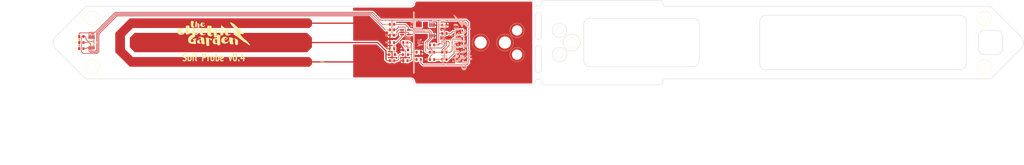
<source format=kicad_pcb>
(kicad_pcb (version 4) (host pcbnew 4.0.7-e2-6376~61~ubuntu18.04.1)
  (title_block (date 2018-08-08) (rev v0.4))
  (layers (0 F.Cu signal) (31 B.Cu signal) (34 B.Paste user) (35 F.Paste user) (36 B.SilkS user) (37 F.SilkS user) (38 B.Mask user) (39 F.Mask user) (44 Edge.Cuts user))
  (net 0 "")
  (net 1 VDD)
  (net 2 GND)
  (net 3 "Net-(CX1-Pad1)")
  (net 4 "Net-(J1-Pad3)")
  (net 5 "Net-(J1-Pad4)")
  (net 6 "Net-(J1-Pad2)")
  (net 7 "Net-(R2-Pad2)")
  (net 8 "Net-(R5-Pad2)")
  (net 9 "Net-(R5-Pad1)")
  (net 10 "Net-(C1-Pad1)")
  (net 11 "Net-(C3-Pad1)")
  (net 12 "Net-(R3-Pad2)")
  (net 13 "Net-(R6-Pad2)")
  (net 14 "Net-(D2-Pad4)")
  (net 15 "Net-(D2-Pad6)")
  (net 16 "Net-(R10-Pad2)")
  (module brush:S-PDSO-G8 (layer F.Cu) (at 61.25 100 90)
    (fp_text reference U4 (at 0 3.25 180) (layer F.SilkS) (effects (font (size 0.7 0.55) (thickness 0.12))))
    (fp_text value TMP75AIDGKR)
    (pad 1 smd rect (at -2.2 0 270) (size 1.45 0.45) (layers F.Cu F.Paste F.Mask) (net 8 "Net-(R5-Pad2)"))
    (pad 2 smd rect (at -2.2 0.65 270) (size 1.45 0.45) (layers F.Cu F.Paste F.Mask) (net 13 "Net-(R6-Pad2)"))
    (pad 3 smd rect (at -2.2 1.3 270) (size 1.45 0.45) (layers F.Cu F.Paste F.Mask))
    (pad 4 smd rect (at -2.2 1.95 270) (size 1.45 0.45) (layers F.Cu F.Paste F.Mask) (net 2 GND))
    (pad 5 smd rect (at 2.2 1.95 270) (size 1.45 0.45) (layers F.Cu F.Paste F.Mask) (net 2 GND))
    (pad 6 smd rect (at 2.2 1.3 270) (size 1.45 0.45) (layers F.Cu F.Paste F.Mask) (net 2 GND))
    (pad 7 smd rect (at 2.2 0.65 270) (size 1.45 0.45) (layers F.Cu F.Paste F.Mask) (net 2 GND))
    (pad 8 smd rect (at 2.2 0 270) (size 1.45 0.45) (layers F.Cu F.Paste F.Mask) (net 1 VDD))
  )
  (module brush:SM0603 (layer F.Cu) (at 202.5 101 180)
    (fp_text reference C7 (at 2.25 0 360) (layer F.SilkS) (effects (font (size 0.7 0.55) (thickness 0.12))))
    (fp_text value 10u hide)
    (pad 1 smd rect (at -0.85 0 180) (size 0.8 1.143) (layers F.Cu F.Paste F.Mask) (net 1 VDD))
    (pad 2 smd rect (at 0.9 0 180) (size 0.8 1.143) (layers F.Cu F.Paste F.Mask) (net 2 GND))
  )
  (module brush:S-PDSO-G8 (layer F.Cu) (at 201.5 95 90)
    (fp_text reference U3 (at 0 -1.25 180) (layer F.SilkS) (effects (font (size 0.7 0.55) (thickness 0.12))))
    (fp_text value TMP75AIDGKR)
    (pad 1 smd rect (at -2.2 0 270) (size 1.45 0.45) (layers F.Cu F.Paste F.Mask) (net 9 "Net-(R5-Pad1)"))
    (pad 2 smd rect (at -2.2 0.65 270) (size 1.45 0.45) (layers F.Cu F.Paste F.Mask) (net 16 "Net-(R10-Pad2)"))
    (pad 3 smd rect (at -2.2 1.3 270) (size 1.45 0.45) (layers F.Cu F.Paste F.Mask))
    (pad 4 smd rect (at -2.2 1.95 270) (size 1.45 0.45) (layers F.Cu F.Paste F.Mask) (net 2 GND))
    (pad 5 smd rect (at 2.2 1.95 270) (size 1.45 0.45) (layers F.Cu F.Paste F.Mask) (net 2 GND))
    (pad 6 smd rect (at 2.2 1.3 270) (size 1.45 0.45) (layers F.Cu F.Paste F.Mask) (net 2 GND))
    (pad 7 smd rect (at 2.2 0.65 270) (size 1.45 0.45) (layers F.Cu F.Paste F.Mask) (net 1 VDD))
    (pad 8 smd rect (at 2.2 0 270) (size 1.45 0.45) (layers F.Cu F.Paste F.Mask) (net 1 VDD))
  )
  (module brush:SM0603 (layer F.Cu) (at 191.5 107.5 180)
    (fp_text reference C2 (at 2.25 0 360) (layer F.SilkS) (effects (font (size 0.7 0.55) (thickness 0.12))))
    (fp_text value 100n hide)
    (pad 1 smd rect (at -0.85 0 180) (size 0.8 1.143) (layers F.Cu F.Paste F.Mask) (net 10 "Net-(C1-Pad1)"))
    (pad 2 smd rect (at 0.9 0 180) (size 0.8 1.143) (layers F.Cu F.Paste F.Mask) (net 2 GND))
  )
  (module brush:SM0603 (layer F.Cu) (at 186 102.5 180)
    (fp_text reference C3 (at 2.25 0 360) (layer F.SilkS) (effects (font (size 0.7 0.55) (thickness 0.12))))
    (fp_text value 100n hide)
    (pad 1 smd rect (at -0.85 0 180) (size 0.8 1.143) (layers F.Cu F.Paste F.Mask) (net 11 "Net-(C3-Pad1)"))
    (pad 2 smd rect (at 0.9 0 180) (size 0.8 1.143) (layers F.Cu F.Paste F.Mask) (net 2 GND))
  )
  (module brush:SM0603 (layer F.Cu) (at 186 97 180)
    (fp_text reference C4 (at 2.25 0 360) (layer F.SilkS) (effects (font (size 0.7 0.55) (thickness 0.12))))
    (fp_text value 100n hide)
    (pad 1 smd rect (at -0.85 0 180) (size 0.8 1.143) (layers F.Cu F.Paste F.Mask) (net 1 VDD))
    (pad 2 smd rect (at 0.9 0 180) (size 0.8 1.143) (layers F.Cu F.Paste F.Mask) (net 2 GND))
  )
  (module brush:SM0603 (layer F.Cu) (at 207.5 92.8)
    (fp_text reference C5 (at -2.25 0 180) (layer F.SilkS) (effects (font (size 0.7 0.55) (thickness 0.12))))
    (fp_text value 100n hide)
    (pad 1 smd rect (at -0.85 0) (size 0.8 1.143) (layers F.Cu F.Paste F.Mask) (net 1 VDD))
    (pad 2 smd rect (at 0.9 0) (size 0.8 1.143) (layers F.Cu F.Paste F.Mask) (net 2 GND))
  )
  (module TO_SOT_Packages_SMD:SOT-666 (layer F.Cu) (at 207.5 100)
    (fp_text reference D2 (at -2.25 0) (layer F.SilkS) (effects (font (size 0.7 0.55) (thickness 0.12))))
    (fp_text value PESD3V3L4UW,115)
    (pad 1 smd rect (at -0.85 -0.5375) (size 0.5 0.375) (layers F.Cu F.Paste F.Mask))
    (pad 3 smd rect (at -0.85 0.5375) (size 0.5 0.375) (layers F.Cu F.Paste F.Mask) (net 1 VDD))
    (pad 5 smd rect (at 0.925 0) (size 0.65 0.3) (layers F.Cu F.Paste F.Mask) (net 2 GND))
    (pad 2 smd rect (at -0.925 0) (size 0.65 0.3) (layers F.Cu F.Paste F.Mask) (net 2 GND))
    (pad 4 smd rect (at 0.85 0.5375) (size 0.5 0.375) (layers F.Cu F.Paste F.Mask) (net 14 "Net-(D2-Pad4)"))
    (pad 6 smd rect (at 0.85 -0.5375) (size 0.5 0.375) (layers F.Cu F.Paste F.Mask) (net 15 "Net-(D2-Pad6)"))
  )
  (module brush:SM0603 (layer F.Cu) (at 207.5 96.25)
    (fp_text reference L1 (at -2.25 0 180) (layer F.SilkS) (effects (font (size 0.7 0.55) (thickness 0.12))))
    (fp_text value 1k@100MHz hide)
    (pad 1 smd rect (at -0.85 0) (size 0.8 1.143) (layers F.Cu F.Paste F.Mask) (net 1 VDD))
    (pad 2 smd rect (at 0.9 0) (size 0.8 1.143) (layers F.Cu F.Paste F.Mask) (net 5 "Net-(J1-Pad4)"))
  )
  (module brush:SM0603 (layer F.Cu) (at 207.5 104)
    (fp_text reference L2 (at -2.25 0 180) (layer F.SilkS) (effects (font (size 0.7 0.55) (thickness 0.12))))
    (fp_text value 1k@100MHz hide)
    (pad 1 smd rect (at -0.85 0) (size 0.8 1.143) (layers F.Cu F.Paste F.Mask) (net 14 "Net-(D2-Pad4)"))
    (pad 2 smd rect (at 0.9 0) (size 0.8 1.143) (layers F.Cu F.Paste F.Mask) (net 4 "Net-(J1-Pad3)"))
  )
  (module brush:SM0603 (layer F.Cu) (at 207.5 107)
    (fp_text reference L3 (at -2.25 0 180) (layer F.SilkS) (effects (font (size 0.7 0.55) (thickness 0.12))))
    (fp_text value 1k@100MHz hide)
    (pad 1 smd rect (at -0.85 0) (size 0.8 1.143) (layers F.Cu F.Paste F.Mask) (net 15 "Net-(D2-Pad6)"))
    (pad 2 smd rect (at 0.9 0) (size 0.8 1.143) (layers F.Cu F.Paste F.Mask) (net 6 "Net-(J1-Pad2)"))
  )
  (module brush:SM0603 (layer F.Cu) (at 191.5 100 180)
    (fp_text reference R2 (at 2.25 0 360) (layer F.SilkS) (effects (font (size 0.7 0.55) (thickness 0.12))))
    (fp_text value 10k hide)
    (pad 1 smd rect (at -0.85 0 180) (size 0.8 1.143) (layers F.Cu F.Paste F.Mask) (net 10 "Net-(C1-Pad1)"))
    (pad 2 smd rect (at 0.9 0 180) (size 0.8 1.143) (layers F.Cu F.Paste F.Mask) (net 7 "Net-(R2-Pad2)"))
  )
  (module brush:SM0603 (layer F.Cu) (at 186 107.5)
    (fp_text reference R3 (at -2.25 0 180) (layer F.SilkS) (effects (font (size 0.7 0.55) (thickness 0.12))))
    (fp_text value 100R hide)
    (pad 1 smd rect (at -0.85 0) (size 0.8 1.143) (layers F.Cu F.Paste F.Mask) (net 3 "Net-(CX1-Pad1)"))
    (pad 2 smd rect (at 0.9 0) (size 0.8 1.143) (layers F.Cu F.Paste F.Mask) (net 12 "Net-(R3-Pad2)"))
  )
  (module brush:SM0603 (layer F.Cu) (at 186 100 180)
    (fp_text reference R4 (at 2.25 0 360) (layer F.SilkS) (effects (font (size 0.7 0.55) (thickness 0.12))))
    (fp_text value 100k hide)
    (pad 1 smd rect (at -0.85 0 180) (size 0.8 1.143) (layers F.Cu F.Paste F.Mask) (net 11 "Net-(C3-Pad1)"))
    (pad 2 smd rect (at 0.9 0 180) (size 0.8 1.143) (layers F.Cu F.Paste F.Mask) (net 2 GND))
  )
  (module brush:SM0603 (layer F.Cu) (at 202.5 104 180)
    (fp_text reference R9 (at 2.25 0 360) (layer F.SilkS) (effects (font (size 0.7 0.55) (thickness 0.12))))
    (fp_text value 22R hide)
    (pad 1 smd rect (at -0.85 0 180) (size 0.8 1.143) (layers F.Cu F.Paste F.Mask) (net 14 "Net-(D2-Pad4)"))
    (pad 2 smd rect (at 0.9 0 180) (size 0.8 1.143) (layers F.Cu F.Paste F.Mask) (net 9 "Net-(R5-Pad1)"))
  )
  (module brush:SM0603 (layer F.Cu) (at 202.5 107 180)
    (fp_text reference R10 (at 2.25 0 360) (layer F.SilkS) (effects (font (size 0.7 0.55) (thickness 0.12))))
    (fp_text value 22R hide)
    (pad 1 smd rect (at -0.85 0 180) (size 0.8 1.143) (layers F.Cu F.Paste F.Mask) (net 15 "Net-(D2-Pad6)"))
    (pad 2 smd rect (at 0.9 0 180) (size 0.8 1.143) (layers F.Cu F.Paste F.Mask) (net 16 "Net-(R10-Pad2)"))
  )
  (module brush:DFN_4_32x25 (layer F.Cu) (at 191.5 104.05 270)
    (fp_text reference U1 (at -1.8 -3.25 360) (layer F.SilkS) (effects (font (size 0.7 0.55) (thickness 0.12))))
    (fp_text value DSC6001CI2A-080.0000)
    (pad 1 smd rect (at -0.95 -1.05 270) (size 1 0.9) (layers F.Cu F.Paste F.Mask) (net 7 "Net-(R2-Pad2)"))
    (pad 2 smd rect (at -0.95 1.05 270) (size 1 0.9) (layers F.Cu F.Paste F.Mask) (net 2 GND))
    (pad 3 smd rect (at 0.95 1.05 270) (size 1 0.9) (layers F.Cu F.Paste F.Mask) (net 12 "Net-(R3-Pad2)"))
    (pad 4 smd rect (at 0.95 -1.05 270) (size 1 0.9) (layers F.Cu F.Paste F.Mask) (net 10 "Net-(C1-Pad1)"))
  )
  (module brush:Soil_sensor_capacitive (layer F.Cu) (at 153 100 180)
    (fp_text reference CX1 (at -4.25 -8.25 180) (layer F.SilkS) (effects (font (size 0.7 0.55) (thickness 0.12))))
    (fp_text value C_soil)
    (fp_poly (pts (xy 0 -2) (xy 2 -4) (xy 73 -4) (xy 75 -2) (xy 75 2) (xy 73 4) (xy 2 4) (xy 0 2)) (layer F.Cu) (width 0))
    (fp_poly (pts (xy 1 -6) (xy 73.75 -6) (xy 77 -2.75) (xy 77 2.75) (xy 73.75 6) (xy 1 6) (xy 0 7) (xy 0 9) (xy 1 10) (xy 75 10) (xy 81 4) (xy 81 -4) (xy 75 -10) (xy 1 -10) (xy 0 -9) (xy 0 -7)) (layer F.Cu) (width 0))
    (pad 1 connect rect (at 0.5 0 180) (size 1 1) (layers F.Cu) (net 3 "Net-(CX1-Pad1)"))
    (pad 2 connect rect (at 0.5 -8 180) (size 1 1) (layers F.Cu) (net 2 GND))
    (pad 2 connect rect (at 0.5 8 180) (size 1 1) (layers F.Cu) (net 2 GND))
  )
  (module brush:hole3.2 (layer F.Cu) (at 237.5 95)
    (fp_text reference M3 hide)
    (fp_text value "Cable-tie hole" hide)
    (pad "" np_thru_hole circle (at 0 0) (size 3.2004 3.2004) (drill 3.2004) (layers *.Cu *.Mask F.SilkS))
  )
  (module brush:hole3.2 (layer F.Cu) (at 237.5 105)
    (fp_text reference M4 hide)
    (fp_text value "Cable-tie hole" hide)
    (pad "" np_thru_hole circle (at 0 0) (size 3.2004 3.2004) (drill 3.2004) (layers *.Cu *.Mask F.SilkS))
  )
  (module brush:hole3.2 (layer B.Cu) (at 255 95)
    (fp_text reference M6 hide)
    (fp_text value "Cable-tie hole" hide)
    (pad "" np_thru_hole circle (at 0 0) (size 3.2004 3.2004) (drill 3.2004) (layers *.Cu *.Mask B.SilkS))
  )
  (module brush:hole3.2 (layer B.Cu) (at 255 105)
    (fp_text reference M7 hide)
    (fp_text value "Cable-tie hole" hide)
    (pad "" np_thru_hole circle (at 0 0) (size 3.2004 3.2004) (drill 3.2004) (layers *.Cu *.Mask B.SilkS))
  )
  (module brush:logo-electric-garden-32x14 (layer F.Cu) (at 112.5 96.25)
    (fp_text reference Logo1 hide)
    (fp_text value "Electric Garden" hide)
  )
  (module brush:logo-electric-garden-25x11 (layer B.Cu) (at 215 100 90)
    (fp_text reference Logo2 hide)
    (fp_text value "Electric Garden" hide)
  )
  (module brush:TestPadSquare2.5mm (layer F.Cu) (at 213.75 107)
    (fp_text reference TP2 (at -2.5 -0.5) (layer F.SilkS) (effects (font (size 0.7 0.55) (thickness 0.12))))
    (fp_text value 0V (at -2.5 0.75) (layer F.SilkS) (effects (font (size 0.7 0.55) (thickness 0.12))))
    (pad 1 smd rect (at 0 0) (size 2.5 2.5) (layers F.Cu F.Mask) (net 2 GND))
  )
  (module brush:breakoff-2mm (layer F.Cu) (at 244.75 113.75 90)
    (fp_text reference BO1 hide)
    (fp_text value Breakoff hide)
    (pad "" np_thru_hole circle (at 0 0 90) (size 0.5 0.5) (drill 0.5) (layers *.Cu))
    (pad "" np_thru_hole circle (at -0.7 0 90) (size 0.5 0.5) (drill 0.5) (layers *.Cu))
    (pad "" np_thru_hole circle (at 0.7 0 90) (size 0.5 0.5) (drill 0.5) (layers *.Cu))
  )
  (module brush:breakoff-2mm (layer F.Cu) (at 247.75 113.75 90)
    (fp_text reference BO2 hide)
    (fp_text value Breakoff hide)
    (pad "" np_thru_hole circle (at 0 0 90) (size 0.5 0.5) (drill 0.5) (layers *.Cu))
    (pad "" np_thru_hole circle (at -0.7 0 90) (size 0.5 0.5) (drill 0.5) (layers *.Cu))
    (pad "" np_thru_hole circle (at 0.7 0 90) (size 0.5 0.5) (drill 0.5) (layers *.Cu))
  )
  (module brush:breakoff-2mm (layer F.Cu) (at 244.75 100 90)
    (fp_text reference BO3 hide)
    (fp_text value Breakoff hide)
    (pad "" np_thru_hole circle (at 0 0 90) (size 0.5 0.5) (drill 0.5) (layers *.Cu))
    (pad "" np_thru_hole circle (at -0.7 0 90) (size 0.5 0.5) (drill 0.5) (layers *.Cu))
    (pad "" np_thru_hole circle (at 0.7 0 90) (size 0.5 0.5) (drill 0.5) (layers *.Cu))
  )
  (module brush:breakoff-2mm (layer F.Cu) (at 247.75 100 90)
    (fp_text reference BO4 hide)
    (fp_text value Breakoff hide)
    (pad "" np_thru_hole circle (at 0 0 90) (size 0.5 0.5) (drill 0.5) (layers *.Cu))
    (pad "" np_thru_hole circle (at -0.7 0 90) (size 0.5 0.5) (drill 0.5) (layers *.Cu))
    (pad "" np_thru_hole circle (at 0.7 0 90) (size 0.5 0.5) (drill 0.5) (layers *.Cu))
  )
  (module brush:breakoff-2mm (layer F.Cu) (at 245 86.25 90)
    (fp_text reference BO5 hide)
    (fp_text value Breakoff hide)
    (pad "" np_thru_hole circle (at 0 0 90) (size 0.5 0.5) (drill 0.5) (layers *.Cu))
    (pad "" np_thru_hole circle (at -0.7 0 90) (size 0.5 0.5) (drill 0.5) (layers *.Cu))
    (pad "" np_thru_hole circle (at 0.7 0 90) (size 0.5 0.5) (drill 0.5) (layers *.Cu))
  )
  (module brush:breakoff-2mm (layer F.Cu) (at 247.75 86.25 90)
    (fp_text reference BO6 hide)
    (fp_text value Breakoff hide)
    (pad "" np_thru_hole circle (at 0 0 90) (size 0.5 0.5) (drill 0.5) (layers *.Cu))
    (pad "" np_thru_hole circle (at -0.7 0 90) (size 0.5 0.5) (drill 0.5) (layers *.Cu))
    (pad "" np_thru_hole circle (at 0.7 0 90) (size 0.5 0.5) (drill 0.5) (layers *.Cu))
  )
  (module brush:hole4.0 (layer F.Cu) (at 222.5 100)
    (fp_text reference M1 hide)
    (fp_text value "Cable hole" hide)
    (pad "" np_thru_hole circle (at 0 0) (size 4 4) (drill 4) (layers *.Cu *.Mask F.SilkS))
  )
  (module brush:hole4.0 (layer F.Cu) (at 232.5 100)
    (fp_text reference M2 hide)
    (fp_text value "Cable hole" hide)
    (pad "" np_thru_hole circle (at 0 0) (size 4 4) (drill 4) (layers *.Cu *.Mask F.SilkS))
  )
  (module brush:hole4.0 (layer B.Cu) (at 260 100)
    (fp_text reference M5 hide)
    (fp_text value "Cable hole" hide)
    (pad "" np_thru_hole circle (at 0 0) (size 4 4) (drill 4) (layers *.Cu *.Mask B.SilkS))
  )
  (module brush:SM0603 (layer F.Cu) (at 58 97.5)
    (fp_text reference C6 (at -2.25 0 180) (layer F.SilkS) (effects (font (size 0.7 0.55) (thickness 0.12))))
    (fp_text value 100n hide)
    (pad 1 smd rect (at -0.85 0) (size 0.8 1.143) (layers F.Cu F.Paste F.Mask) (net 1 VDD))
    (pad 2 smd rect (at 0.9 0) (size 0.8 1.143) (layers F.Cu F.Paste F.Mask) (net 2 GND))
  )
  (module brush:SM0603 (layer F.Cu) (at 186 94.75 180)
    (fp_text reference R5 (at 2.25 0 360) (layer F.SilkS) (effects (font (size 0.7 0.55) (thickness 0.12))))
    (fp_text value 0R hide)
    (pad 1 smd rect (at -0.85 0 180) (size 0.8 1.143) (layers F.Cu F.Paste F.Mask) (net 9 "Net-(R5-Pad1)"))
    (pad 2 smd rect (at 0.9 0 180) (size 0.8 1.143) (layers F.Cu F.Paste F.Mask) (net 8 "Net-(R5-Pad2)"))
  )
  (module brush:SM0603 (layer F.Cu) (at 186 92.5 180)
    (fp_text reference R6 (at 2.25 0 360) (layer F.SilkS) (effects (font (size 0.7 0.55) (thickness 0.12))))
    (fp_text value 0R hide)
    (pad 1 smd rect (at -0.85 0 180) (size 0.8 1.143) (layers F.Cu F.Paste F.Mask) (net 16 "Net-(R10-Pad2)"))
    (pad 2 smd rect (at 0.9 0 180) (size 0.8 1.143) (layers F.Cu F.Paste F.Mask) (net 13 "Net-(R6-Pad2)"))
  )
  (module brush:TestPadSquare2.5mm (layer F.Cu) (at 197 92.5)
    (fp_text reference TP1 (at -2.75 -0.5) (layer F.SilkS) (effects (font (size 0.7 0.55) (thickness 0.12))))
    (fp_text value 3V3 (at -2.75 0.75) (layer F.SilkS) (effects (font (size 0.7 0.55) (thickness 0.12))))
    (pad 1 smd rect (at 0 0) (size 2.5 2.5) (layers F.Cu F.Mask) (net 1 VDD))
  )
  (module brush:SM0603 (layer F.Cu) (at 197 104)
    (fp_text reference C1 (at -2.25 0 180) (layer F.SilkS) (effects (font (size 0.7 0.55) (thickness 0.12))))
    (fp_text value 10u hide)
    (pad 1 smd rect (at -0.85 0) (size 0.8 1.143) (layers F.Cu F.Paste F.Mask) (net 10 "Net-(C1-Pad1)"))
    (pad 2 smd rect (at 0.9 0) (size 0.8 1.143) (layers F.Cu F.Paste F.Mask) (net 2 GND))
  )
  (module brush:SM0603 (layer F.Cu) (at 197 107 180)
    (fp_text reference R1 (at 2.25 0 360) (layer F.SilkS) (effects (font (size 0.7 0.55) (thickness 0.12))))
    (fp_text value 22R hide)
    (pad 1 smd rect (at -0.85 0 180) (size 0.8 1.143) (layers F.Cu F.Paste F.Mask) (net 1 VDD))
    (pad 2 smd rect (at 0.9 0 180) (size 0.8 1.143) (layers F.Cu F.Paste F.Mask) (net 10 "Net-(C1-Pad1)"))
  )
  (module TO_SOT_Packages_SMD:SOT-23-5_HandSoldering (layer F.Cu) (at 191.5 95.75)
    (fp_text reference U2 (at 3.25 0) (layer F.SilkS) (effects (font (size 0.7 0.55) (thickness 0.12))))
    (fp_text value MCP3021A5T-E/OT)
    (pad 1 smd rect (at -1.35 -0.95) (size 1.56 0.65) (layers F.Cu F.Paste F.Mask) (net 1 VDD))
    (pad 2 smd rect (at -1.35 0) (size 1.56 0.65) (layers F.Cu F.Paste F.Mask) (net 2 GND))
    (pad 3 smd rect (at -1.35 0.95) (size 1.56 0.65) (layers F.Cu F.Paste F.Mask) (net 11 "Net-(C3-Pad1)"))
    (pad 4 smd rect (at 1.35 0.95) (size 1.56 0.65) (layers F.Cu F.Paste F.Mask) (net 9 "Net-(R5-Pad1)"))
    (pad 5 smd rect (at 1.35 -0.95) (size 1.56 0.65) (layers F.Cu F.Paste F.Mask) (net 16 "Net-(R10-Pad2)"))
  )
  (module brush:hole3.2 (layer F.Cu) (at 62.5 90)
    (fp_text reference M8 hide)
    (fp_text value "Cable-tie hole" hide)
    (pad "" np_thru_hole circle (at 0 0) (size 3.2004 3.2004) (drill 3.2004) (layers *.Cu *.Mask F.SilkS))
  )
  (module brush:hole3.2 (layer F.Cu) (at 62.5 110)
    (fp_text reference M9 hide)
    (fp_text value "Cable-tie hole" hide)
    (pad "" np_thru_hole circle (at 0 0) (size 3.2004 3.2004) (drill 3.2004) (layers *.Cu *.Mask F.SilkS))
  )
  (module brush:hole3.2 (layer F.Cu) (at 430 90)
    (fp_text reference M10 hide)
    (fp_text value "Cable-tie hole" hide)
    (pad "" np_thru_hole circle (at 0 0) (size 3.2004 3.2004) (drill 3.2004) (layers *.Cu *.Mask F.SilkS))
  )
  (module brush:hole3.2 (layer F.Cu) (at 430 110)
    (fp_text reference M11 hide)
    (fp_text value "Cable-tie hole" hide)
    (pad "" np_thru_hole circle (at 0 0) (size 3.2004 3.2004) (drill 3.2004) (layers *.Cu *.Mask F.SilkS))
  )
  (module brush:SM0603 (layer F.Cu) (at 58 102.5)
    (fp_text reference R7 (at -2.25 0 180) (layer F.SilkS) (effects (font (size 0.7 0.55) (thickness 0.12))))
    (fp_text value 10k hide)
    (pad 1 smd rect (at -0.85 0) (size 0.8 1.143) (layers F.Cu F.Paste F.Mask) (net 1 VDD))
    (pad 2 smd rect (at 0.9 0) (size 0.8 1.143) (layers F.Cu F.Paste F.Mask) (net 8 "Net-(R5-Pad2)"))
  )
  (module brush:SM0603 (layer F.Cu) (at 58 100)
    (fp_text reference R8 (at -2.25 0 180) (layer F.SilkS) (effects (font (size 0.7 0.55) (thickness 0.12))))
    (fp_text value 10k hide)
    (pad 1 smd rect (at -0.85 0) (size 0.8 1.143) (layers F.Cu F.Paste F.Mask) (net 1 VDD))
    (pad 2 smd rect (at 0.9 0) (size 0.8 1.143) (layers F.Cu F.Paste F.Mask) (net 13 "Net-(R6-Pad2)"))
  )
  (module brush:CONN_SMD_1x4_big_pad (layer F.Cu) (at 213.75 103 180)
    (fp_text reference J1 (at 0 -1.778 180) (layer F.SilkS) (effects (font (size 0.7 0.55) (thickness 0.12))))
    (fp_text value ConnX_M)
    (pad 1 smd rect (at 0 0 90) (size 1.75 3) (layers F.Cu F.Paste F.Mask) (net 2 GND))
    (pad 3 smd rect (at 0 5 90) (size 1.75 3) (layers F.Cu F.Paste F.Mask) (net 4 "Net-(J1-Pad3)"))
    (pad 4 smd rect (at 0 7.5 270) (size 1.75 3) (layers F.Cu F.Paste F.Mask) (net 5 "Net-(J1-Pad4)"))
    (pad 2 smd rect (at 0 2.5 90) (size 1.75 3) (layers F.Cu F.Paste F.Mask) (net 6 "Net-(J1-Pad2)"))
  )
  (module Diodes_SMD:D_SOD-323_HandSoldering (layer F.Cu) (at 186 105)
    (fp_text reference D1 (at 0 -1.85) (layer F.SilkS))
    (fp_text value NSR0530HT1G)
    (pad 1 smd rect (at -1.25 0) (size 1 1) (layers F.Cu F.Paste F.Mask) (net 3 "Net-(CX1-Pad1)"))
    (pad 2 smd rect (at 1.25 0) (size 1 1) (layers F.Cu F.Paste F.Mask) (net 11 "Net-(C3-Pad1)"))
  )
  (gr_line (start 337.5 108.75) (end 337.5 91.25) (layer Edge.Cuts) (width 0.15))
  (gr_arc (start 340 91.25) (end 337.5 91.25) (angle 90) (layer Edge.Cuts) (width 0.15))
  (gr_arc (start 420 108.75) (end 422.5 108.75) (angle 90) (layer Edge.Cuts) (width 0.15))
  (gr_arc (start 420 91.25) (end 420 88.75) (angle 90) (layer Edge.Cuts) (width 0.15))
  (gr_line (start 422.5 91.25) (end 422.5 108.75) (layer Edge.Cuts) (width 0.15))
  (gr_line (start 340 88.75) (end 420 88.75) (layer Edge.Cuts) (width 0.15))
  (gr_arc (start 340 108.75) (end 340 111.25) (angle 90) (layer Edge.Cuts) (width 0.15))
  (gr_line (start 420 111.25) (end 340 111.25) (layer Edge.Cuts) (width 0.15))
  (gr_arc (start 50 100) (end 47.5 102.5) (angle 90) (layer Edge.Cuts) (width 0.15))
  (gr_arc (start 442.5 100) (end 445 97.5) (angle 90) (layer Edge.Cuts) (width 0.15))
  (gr_line (start 445 102.5) (end 432.5 115) (layer Edge.Cuts) (width 0.15))
  (gr_line (start 432.5 85) (end 445 97.5) (layer Edge.Cuts) (width 0.15))
  (gr_arc (start 430 102.5) (end 430 105) (angle 90) (layer Edge.Cuts) (width 0.15))
  (gr_arc (start 430 97.5) (end 427.5 97.5) (angle 90) (layer Edge.Cuts) (width 0.15))
  (gr_line (start 430 95) (end 435 95) (layer Edge.Cuts) (width 0.15))
  (gr_line (start 427.5 102.5) (end 427.5 97.5) (layer Edge.Cuts) (width 0.15))
  (gr_line (start 435 105) (end 430 105) (layer Edge.Cuts) (width 0.15))
  (gr_line (start 437.5 97.5) (end 437.5 102.5) (layer Edge.Cuts) (width 0.15))
  (gr_arc (start 248.75 83.75) (end 247.5 83.75) (angle 90) (layer Edge.Cuts) (width 0.15))
  (gr_arc (start 243.75 83.75) (end 243.75 82.5) (angle 90) (layer Edge.Cuts) (width 0.15))
  (gr_arc (start 248.75 116.25) (end 248.75 117.5) (angle 90) (layer Edge.Cuts) (width 0.15))
  (gr_arc (start 243.75 116.25) (end 245 116.25) (angle 90) (layer Edge.Cuts) (width 0.15))
  (gr_arc (start 435 102.5) (end 437.5 102.5) (angle 90) (layer Edge.Cuts) (width 0.15))
  (gr_arc (start 435 97.5) (end 435 95) (angle 90) (layer Edge.Cuts) (width 0.15))
  (gr_arc (start 246.25 83.75) (end 247.5 83.75) (angle 180) (layer Edge.Cuts) (width 0.15))
  (gr_arc (start 246.25 116.25) (end 245 116.25) (angle 180) (layer Edge.Cuts) (width 0.15))
  (gr_line (start 245 97.5) (end 245 88.75) (layer Edge.Cuts) (width 0.15))
  (gr_line (start 247.5 88.75) (end 247.5 97.5) (layer Edge.Cuts) (width 0.15))
  (gr_arc (start 246.25 97.5) (end 247.5 97.5) (angle 180) (layer Edge.Cuts) (width 0.15))
  (gr_arc (start 246.25 102.5) (end 245 102.5) (angle 180) (layer Edge.Cuts) (width 0.15))
  (gr_arc (start 246.25 111.25) (end 247.5 111.25) (angle 180) (layer Edge.Cuts) (width 0.15))
  (gr_arc (start 246.25 88.75) (end 245 88.75) (angle 180) (layer Edge.Cuts) (width 0.15))
  (gr_line (start 245 102.5) (end 245 111.25) (layer Edge.Cuts) (width 0.15))
  (gr_text "3V3 R" (at 210.75 97) (layer F.SilkS) (effects (font (size 0.7 0.55) (thickness 0.12))))
  (gr_text "SDA W" (at 210.75 99) (layer F.SilkS) (effects (font (size 0.7 0.55) (thickness 0.12))))
  (gr_text "SCL G" (at 210.75 101) (layer F.SilkS) (effects (font (size 0.7 0.55) (thickness 0.12))))
  (gr_text "0V Bk" (at 210.75 103) (layer F.SilkS) (effects (font (size 0.7 0.55) (thickness 0.12))))
  (gr_text Soil (at 192.5 100 270) (layer B.SilkS) (effects (font (size 2.1 1.65) (thickness 0.36)) (justify mirror)))
  (gr_text Air (at 197.5 100 270) (layer B.SilkS) (effects (font (size 2.1 1.65) (thickness 0.36)) (justify mirror)))
  (gr_line (start 195 87.5) (end 195 112.5) (layer B.SilkS) (width 0.75))
  (gr_text "Soil Probe v0.4" (at 207.5 100 270) (layer B.SilkS) (effects (font (size 2.1 1.65) (thickness 0.36)) (justify mirror)))
  (gr_arc (start 193.75 83.75) (end 195 83.75) (angle 90) (layer Edge.Cuts) (width 0.15))
  (gr_arc (start 196.25 83.75) (end 195 83.75) (angle 90) (layer Edge.Cuts) (width 0.15))
  (gr_arc (start 298.75 83.75) (end 298.75 85) (angle 90) (layer Edge.Cuts) (width 0.15))
  (gr_arc (start 296.25 83.75) (end 296.25 82.5) (angle 90) (layer Edge.Cuts) (width 0.15))
  (gr_arc (start 296.25 116.25) (end 297.5 116.25) (angle 90) (layer Edge.Cuts) (width 0.15))
  (gr_arc (start 298.75 116.25) (end 297.5 116.25) (angle 90) (layer Edge.Cuts) (width 0.15))
  (gr_arc (start 196.25 116.25) (end 196.25 117.5) (angle 90) (layer Edge.Cuts) (width 0.15))
  (gr_arc (start 193.75 116.25) (end 193.75 115) (angle 90) (layer Edge.Cuts) (width 0.15))
  (gr_text "Soil Probe v0.4" (at 112.5 106.25) (layer F.SilkS) (effects (font (size 2.8 2.2) (thickness 0.5))))
  (gr_arc (start 267.5 92.5) (end 265 92.5) (angle 90) (layer Edge.Cuts) (width 0.15))
  (gr_arc (start 267.5 107.5) (end 267.5 110) (angle 90) (layer Edge.Cuts) (width 0.15))
  (gr_arc (start 310 107.5) (end 312.5 107.5) (angle 90) (layer Edge.Cuts) (width 0.15))
  (gr_arc (start 310 92.5) (end 310 90) (angle 90) (layer Edge.Cuts) (width 0.15))
  (gr_line (start 267.5 90) (end 310 90) (layer Edge.Cuts) (width 0.15))
  (gr_line (start 265 107.5) (end 265 92.5) (layer Edge.Cuts) (width 0.15))
  (gr_line (start 310 110) (end 267.5 110) (layer Edge.Cuts) (width 0.15))
  (gr_line (start 312.5 92.5) (end 312.5 107.5) (layer Edge.Cuts) (width 0.15))
  (gr_line (start 296.25 117.5) (end 248.75 117.5) (layer Edge.Cuts) (width 0.15))
  (gr_line (start 432.5 115) (end 298.75 115) (layer Edge.Cuts) (width 0.15))
  (gr_line (start 298.75 85) (end 432.5 85) (layer Edge.Cuts) (width 0.15))
  (gr_line (start 248.75 82.5) (end 296.25 82.5) (layer Edge.Cuts) (width 0.15))
  (gr_line (start 193.75 85) (end 60 85) (layer Edge.Cuts) (width 0.15))
  (gr_line (start 243.75 82.5) (end 196.25 82.5) (layer Edge.Cuts) (width 0.15))
  (gr_line (start 247.5 102.5) (end 247.5 111.25) (layer Edge.Cuts) (width 0.15))
  (gr_line (start 196.25 117.5) (end 243.75 117.5) (layer Edge.Cuts) (width 0.15))
  (gr_line (start 60 115) (end 193.75 115) (layer Edge.Cuts) (width 0.15))
  (gr_line (start 47.5 102.5) (end 60 115) (layer Edge.Cuts) (width 0.15))
  (gr_line (start 60 85) (end 47.5 97.5) (layer Edge.Cuts) (width 0.15))
  (segment (start 57.15 100) (end 57.15 102.5) (width 0.25) (layer F.Cu) (net 1))
  (segment (start 57.15 97.5) (end 57.15 100) (width 0.25) (layer F.Cu) (net 1))
  (segment (start 57.5 96) (end 57.15 96.35) (width 0.25) (layer F.Cu) (net 1))
  (segment (start 57.15 96.35) (end 57.15 97.5) (width 0.25) (layer F.Cu) (net 1))
  (segment (start 61.25 96) (end 57.5 96) (width 0.25) (layer F.Cu) (net 1))
  (segment (start 72 87.5) (end 178 87.5) (width 0.25) (layer F.Cu) (net 1))
  (segment (start 63.75 95.75) (end 72 87.5) (width 0.25) (layer F.Cu) (net 1))
  (segment (start 205.25 94.5) (end 205.25 93) (width 0.25) (layer F.Cu) (net 1))
  (segment (start 205.25 90.75) (end 216.5 90.75) (width 0.25) (layer F.Cu) (net 1))
  (segment (start 205.25 96.25) (end 205.25 94.5) (width 0.25) (layer F.Cu) (net 1))
  (segment (start 202.25 90.75) (end 205.25 90.75) (width 0.25) (layer F.Cu) (net 1))
  (segment (start 205.25 94.5) (end 205.25 90.75) (width 0.25) (layer F.Cu) (net 1))
  (segment (start 198.75 109.25) (end 197.85 108.35) (width 0.25) (layer F.Cu) (net 1))
  (segment (start 197.85 108.35) (end 197.85 107) (width 0.25) (layer F.Cu) (net 1))
  (segment (start 216.75 109.25) (end 198.75 109.25) (width 0.25) (layer F.Cu) (net 1))
  (segment (start 217.5 108.5) (end 216.75 109.25) (width 0.25) (layer F.Cu) (net 1))
  (segment (start 217.5 91.75) (end 217.5 108.5) (width 0.25) (layer F.Cu) (net 1))
  (segment (start 216.5 90.75) (end 217.5 91.75) (width 0.25) (layer F.Cu) (net 1))
  (segment (start 201.5 90.75) (end 202.25 90.75) (width 0.25) (layer F.Cu) (net 1))
  (segment (start 197 90.75) (end 201.5 90.75) (width 0.25) (layer F.Cu) (net 1))
  (segment (start 61.25 97.8) (end 61.25 96) (width 0.25) (layer F.Cu) (net 1))
  (segment (start 61.25 96) (end 61.5 95.75) (width 0.25) (layer F.Cu) (net 1))
  (segment (start 61.5 95.75) (end 63.75 95.75) (width 0.25) (layer F.Cu) (net 1))
  (segment (start 178 87.5) (end 181.25 90.75) (width 0.25) (layer F.Cu) (net 1))
  (segment (start 181.25 90.75) (end 186 90.75) (width 0.25) (layer F.Cu) (net 1))
  (segment (start 202.15 90.85) (end 202.15 92.8) (width 0.25) (layer F.Cu) (net 1))
  (segment (start 201.5 90.75) (end 201.5 92.8) (width 0.25) (layer F.Cu) (net 1))
  (segment (start 186 90.75) (end 197 90.75) (width 0.25) (layer F.Cu) (net 1))
  (segment (start 197 90.75) (end 197 92.5) (width 0.25) (layer F.Cu) (net 1))
  (segment (start 186 96.8) (end 186 90.75) (width 0.25) (layer F.Cu) (net 1))
  (segment (start 206.65 92.8) (end 205.45 92.8) (width 0.25) (layer F.Cu) (net 1))
  (segment (start 205.45 92.8) (end 205.25 93) (width 0.25) (layer F.Cu) (net 1))
  (segment (start 186 96.8) (end 186.2 97) (width 0.25) (layer F.Cu) (net 1))
  (segment (start 186.2 97) (end 186.85 97) (width 0.25) (layer F.Cu) (net 1))
  (segment (start 190.15 94.8) (end 188.7 94.8) (width 0.25) (layer F.Cu) (net 1))
  (segment (start 188.7 94.8) (end 188 95.5) (width 0.25) (layer F.Cu) (net 1))
  (segment (start 188 95.5) (end 188 96.6) (width 0.25) (layer F.Cu) (net 1))
  (segment (start 188 96.6) (end 187.6 97) (width 0.25) (layer F.Cu) (net 1))
  (segment (start 187.6 97) (end 186.85 97) (width 0.25) (layer F.Cu) (net 1))
  (segment (start 203.35 101) (end 205 101) (width 0.25) (layer F.Cu) (net 1))
  (segment (start 205 101) (end 205.075 101) (width 0.25) (layer F.Cu) (net 1))
  (segment (start 205.25 100.25) (end 205.25 100.75) (width 0.25) (layer F.Cu) (net 1))
  (segment (start 205.25 100.75) (end 205 101) (width 0.25) (layer F.Cu) (net 1))
  (segment (start 205.075 101) (end 205.5375 100.5375) (width 0.25) (layer F.Cu) (net 1))
  (segment (start 205.25 96.25) (end 205.25 100.25) (width 0.25) (layer F.Cu) (net 1))
  (segment (start 206.65 100.5375) (end 205.5375 100.5375) (width 0.25) (layer F.Cu) (net 1))
  (segment (start 205.5375 100.5375) (end 205.25 100.25) (width 0.25) (layer F.Cu) (net 1))
  (segment (start 206.65 96.25) (end 205.25 96.25) (width 0.25) (layer F.Cu) (net 1))
  (segment (start 202.25 90.75) (end 202.15 90.85) (width 0.25) (layer F.Cu) (net 1))
  (segment (start 180.5 108) (end 152.5 108) (width 0.5) (layer F.Cu) (net 2))
  (segment (start 178.5 92) (end 152.5 92) (width 0.5) (layer F.Cu) (net 2))
  (segment (start 63.2 99.5) (end 63.2 101.5) (width 0.25) (layer F.Cu) (net 2))
  (segment (start 63.2 101.5) (end 63.2 102.2) (width 0.25) (layer F.Cu) (net 2))
  (segment (start 63.2 97.8) (end 63.2 99.5) (width 0.25) (layer F.Cu) (net 2))
  (segment (start 60 98.75) (end 60.75 99.5) (width 0.25) (layer F.Cu) (net 2))
  (segment (start 60.75 99.5) (end 63.2 99.5) (width 0.25) (layer F.Cu) (net 2))
  (segment (start 60 97.95) (end 60 98.75) (width 0.25) (layer F.Cu) (net 2))
  (segment (start 58.9 97.5) (end 59.55 97.5) (width 0.25) (layer F.Cu) (net 2))
  (segment (start 59.55 97.5) (end 60 97.95) (width 0.25) (layer F.Cu) (net 2))
  (segment (start 58 97.75) (end 58.25 97.5) (width 0.25) (layer F.Cu) (net 2))
  (segment (start 58.25 97.5) (end 58.9 97.5) (width 0.25) (layer F.Cu) (net 2))
  (segment (start 58 103.75) (end 58 97.75) (width 0.25) (layer F.Cu) (net 2))
  (segment (start 58.75 104.5) (end 58 103.75) (width 0.25) (layer F.Cu) (net 2))
  (segment (start 64.5 104.5) (end 58.75 104.5) (width 0.25) (layer F.Cu) (net 2))
  (segment (start 176.5 89) (end 72.75 89) (width 0.25) (layer F.Cu) (net 2))
  (segment (start 65.25 96.5) (end 72.75 89) (width 0.25) (layer F.Cu) (net 2))
  (segment (start 201.75 102.25) (end 206.5 102.25) (width 0.25) (layer F.Cu) (net 2))
  (segment (start 207.5 98) (end 210.25 98) (width 0.25) (layer F.Cu) (net 2))
  (segment (start 207.5 98) (end 207.5 100) (width 0.25) (layer F.Cu) (net 2))
  (segment (start 207.5 95) (end 207.5 98) (width 0.25) (layer F.Cu) (net 2))
  (segment (start 188.75 100) (end 188.75 103) (width 0.25) (layer F.Cu) (net 2))
  (segment (start 188.75 103) (end 188.85 103.1) (width 0.25) (layer F.Cu) (net 2))
  (segment (start 183.6 98.2) (end 185 98.2) (width 0.25) (layer F.Cu) (net 2))
  (segment (start 185 98.2) (end 187.6 98.2) (width 0.25) (layer F.Cu) (net 2))
  (segment (start 185.1 100) (end 185.1 98.3) (width 0.25) (layer F.Cu) (net 2))
  (segment (start 185.1 98.3) (end 185 98.2) (width 0.25) (layer F.Cu) (net 2))
  (segment (start 185.1 102.5) (end 185.1 100) (width 0.25) (layer F.Cu) (net 2))
  (segment (start 186 109.25) (end 186 103.75) (width 0.25) (layer F.Cu) (net 2))
  (segment (start 186 103.75) (end 185.25 103.75) (width 0.25) (layer F.Cu) (net 2))
  (segment (start 185.25 103.75) (end 185.1 103.6) (width 0.25) (layer F.Cu) (net 2))
  (segment (start 185.1 103.6) (end 185.1 102.5) (width 0.25) (layer F.Cu) (net 2))
  (segment (start 182.75 109.25) (end 181.5 108) (width 0.25) (layer F.Cu) (net 2))
  (segment (start 181.5 108) (end 180.5 108) (width 0.25) (layer F.Cu) (net 2))
  (segment (start 186 109.25) (end 182.75 109.25) (width 0.25) (layer F.Cu) (net 2))
  (segment (start 181 98.2) (end 183.6 98.2) (width 0.25) (layer F.Cu) (net 2))
  (segment (start 190.25 109.25) (end 186 109.25) (width 0.25) (layer F.Cu) (net 2))
  (segment (start 190.6 108.9) (end 190.25 109.25) (width 0.25) (layer F.Cu) (net 2))
  (segment (start 190.6 107.5) (end 190.6 108.9) (width 0.25) (layer F.Cu) (net 2))
  (segment (start 179.5 92) (end 176.5 89) (width 0.25) (layer F.Cu) (net 2))
  (segment (start 65.25 96.5) (end 65.25 103.75) (width 0.25) (layer F.Cu) (net 2))
  (segment (start 65.25 103.75) (end 64.5 104.5) (width 0.25) (layer F.Cu) (net 2))
  (segment (start 179.5 92) (end 178.5 92) (width 0.25) (layer F.Cu) (net 2))
  (segment (start 181 93.5) (end 179.5 92) (width 0.25) (layer F.Cu) (net 2))
  (segment (start 191.5 97.040002) (end 192.209998 97.75) (width 0.25) (layer F.Cu) (net 2))
  (segment (start 192.209998 97.75) (end 196.25 97.75) (width 0.25) (layer F.Cu) (net 2))
  (segment (start 196.25 97.75) (end 197.9 99.4) (width 0.25) (layer F.Cu) (net 2))
  (segment (start 197.9 99.4) (end 197.9 104) (width 0.25) (layer F.Cu) (net 2))
  (segment (start 197.9 105.25) (end 197.9 104) (width 0.25) (layer F.Cu) (net 2))
  (segment (start 199.25 105.5) (end 198.15 105.5) (width 0.25) (layer F.Cu) (net 2))
  (segment (start 198.15 105.5) (end 197.9 105.25) (width 0.25) (layer F.Cu) (net 2))
  (segment (start 200 108.4) (end 200 106.25) (width 0.25) (layer F.Cu) (net 2))
  (segment (start 200 106.25) (end 199.25 105.5) (width 0.25) (layer F.Cu) (net 2))
  (segment (start 211.35 108.4) (end 200 108.4) (width 0.25) (layer F.Cu) (net 2))
  (segment (start 210.75 92.5) (end 210.45 92.8) (width 0.25) (layer F.Cu) (net 2))
  (segment (start 210.45 92.8) (end 208.4 92.8) (width 0.25) (layer F.Cu) (net 2))
  (segment (start 213.75 92.5) (end 210.75 92.5) (width 0.25) (layer F.Cu) (net 2))
  (segment (start 213.75 92.5) (end 216 92.5) (width 0.25) (layer F.Cu) (net 2))
  (segment (start 216 92.5) (end 216.25 92.75) (width 0.25) (layer F.Cu) (net 2))
  (segment (start 204.2 91.4) (end 203.4 91.4) (width 0.25) (layer F.Cu) (net 2))
  (segment (start 204.4 94.9) (end 204.4 91.6) (width 0.25) (layer F.Cu) (net 2))
  (segment (start 204.2 91.4) (end 204.4 91.6) (width 0.25) (layer F.Cu) (net 2))
  (segment (start 203.45 97.2) (end 203.45 95.2) (width 0.25) (layer F.Cu) (net 2))
  (segment (start 203.45 95.2) (end 203.65 95) (width 0.25) (layer F.Cu) (net 2))
  (segment (start 203.65 95) (end 204.3 95) (width 0.25) (layer F.Cu) (net 2))
  (segment (start 204.3 95) (end 204.4 94.9) (width 0.25) (layer F.Cu) (net 2))
  (segment (start 202.8 91.4) (end 203.4 91.4) (width 0.25) (layer F.Cu) (net 2))
  (segment (start 203.4 91.4) (end 203.45 91.45) (width 0.25) (layer F.Cu) (net 2))
  (segment (start 203.45 91.45) (end 203.45 92.8) (width 0.25) (layer F.Cu) (net 2))
  (segment (start 202.8 92.8) (end 202.8 91.4) (width 0.25) (layer F.Cu) (net 2))
  (segment (start 213.75 103) (end 213.75 106) (width 0.25) (layer F.Cu) (net 2))
  (segment (start 185.1 97) (end 184 97) (width 0.25) (layer F.Cu) (net 2))
  (segment (start 184 97) (end 183.6 97.4) (width 0.25) (layer F.Cu) (net 2))
  (segment (start 183.6 97.4) (end 183.6 98.2) (width 0.25) (layer F.Cu) (net 2))
  (segment (start 181 93.5) (end 181 98.2) (width 0.25) (layer F.Cu) (net 2))
  (segment (start 187.6 98.2) (end 188.6 97.2) (width 0.25) (layer F.Cu) (net 2))
  (segment (start 188.6 97.2) (end 188.6 96.2) (width 0.25) (layer F.Cu) (net 2))
  (segment (start 188.6 96.2) (end 189.05 95.75) (width 0.25) (layer F.Cu) (net 2))
  (segment (start 189.05 95.75) (end 190.15 95.75) (width 0.25) (layer F.Cu) (net 2))
  (segment (start 188.85 103.1) (end 190.45 103.1) (width 0.25) (layer F.Cu) (net 2))
  (segment (start 190.6 107.5) (end 190.6 106.5) (width 0.25) (layer F.Cu) (net 2))
  (segment (start 190.6 106.5) (end 190.85 106.25) (width 0.25) (layer F.Cu) (net 2))
  (segment (start 190.85 106.25) (end 191.25 106.25) (width 0.25) (layer F.Cu) (net 2))
  (segment (start 191.5 103.45) (end 191.15 103.1) (width 0.25) (layer F.Cu) (net 2))
  (segment (start 191.25 106.25) (end 191.5 106) (width 0.25) (layer F.Cu) (net 2))
  (segment (start 191.5 106) (end 191.5 103.45) (width 0.25) (layer F.Cu) (net 2))
  (segment (start 191.15 103.1) (end 190.45 103.1) (width 0.25) (layer F.Cu) (net 2))
  (segment (start 216.25 92.75) (end 216.25 102.5) (width 0.25) (layer F.Cu) (net 2))
  (segment (start 216.25 102.5) (end 215.75 103) (width 0.25) (layer F.Cu) (net 2))
  (segment (start 215.75 103) (end 213.75 103) (width 0.25) (layer F.Cu) (net 2))
  (segment (start 201.6 101) (end 201.6 102.1) (width 0.25) (layer F.Cu) (net 2))
  (segment (start 201.6 102.1) (end 201.75 102.25) (width 0.25) (layer F.Cu) (net 2))
  (segment (start 206.5 102.25) (end 207.5 101.25) (width 0.25) (layer F.Cu) (net 2))
  (segment (start 207.5 101.25) (end 207.5 100) (width 0.25) (layer F.Cu) (net 2))
  (segment (start 191.5 97.25) (end 188.75 100) (width 0.25) (layer F.Cu) (net 2))
  (segment (start 191.5 97.040002) (end 191.5 97.25) (width 0.25) (layer F.Cu) (net 2))
  (segment (start 191.5 96.13641) (end 191.5 97.040002) (width 0.25) (layer F.Cu) (net 2))
  (segment (start 191.11359 95.75) (end 191.5 96.13641) (width 0.25) (layer F.Cu) (net 2))
  (segment (start 190.15 95.75) (end 191.11359 95.75) (width 0.25) (layer F.Cu) (net 2))
  (segment (start 61.9 97.8) (end 61.9 96.25) (width 0.25) (layer F.Cu) (net 2))
  (segment (start 62.55 96.25) (end 61.9 96.25) (width 0.25) (layer F.Cu) (net 2))
  (segment (start 63.2 97.8) (end 63.2 96.25) (width 0.25) (layer F.Cu) (net 2))
  (segment (start 62.55 97.8) (end 62.55 96.25) (width 0.25) (layer F.Cu) (net 2))
  (segment (start 63.2 96.25) (end 62.55 96.25) (width 0.25) (layer F.Cu) (net 2))
  (segment (start 202.95 98.55) (end 201.6 99.9) (width 0.25) (layer F.Cu) (net 2))
  (segment (start 201.6 99.9) (end 201.6 101) (width 0.25) (layer F.Cu) (net 2))
  (segment (start 203.45 98.55) (end 202.95 98.55) (width 0.25) (layer F.Cu) (net 2))
  (segment (start 203.45 97.2) (end 203.45 98.55) (width 0.25) (layer F.Cu) (net 2))
  (segment (start 208 94.5) (end 207.5 95) (width 0.25) (layer F.Cu) (net 2))
  (segment (start 208.25 94.5) (end 208 94.5) (width 0.25) (layer F.Cu) (net 2))
  (segment (start 208.4 94.35) (end 208.25 94.5) (width 0.25) (layer F.Cu) (net 2))
  (segment (start 208.4 92.75) (end 208.4 94.35) (width 0.25) (layer F.Cu) (net 2))
  (segment (start 206.575 100) (end 207.5 100) (width 0.25) (layer F.Cu) (net 2))
  (segment (start 208.425 100) (end 207.5 100) (width 0.25) (layer F.Cu) (net 2))
  (segment (start 152.5 100) (end 180 100) (width 0.5) (layer F.Cu) (net 3))
  (segment (start 185.15 107.5) (end 184 107.5) (width 0.5) (layer F.Cu) (net 3))
  (segment (start 183.5 107) (end 183.5 105) (width 0.5) (layer F.Cu) (net 3))
  (segment (start 184 107.5) (end 183.5 107) (width 0.5) (layer F.Cu) (net 3))
  (segment (start 180 100) (end 183.5 103.5) (width 0.5) (layer F.Cu) (net 3))
  (segment (start 183.5 103.5) (end 183.5 105) (width 0.5) (layer F.Cu) (net 3))
  (segment (start 183.5 105) (end 185.15 105) (width 0.5) (layer F.Cu) (net 3))
  (segment (start 211.75 98) (end 213.75 98) (width 0.25) (layer F.Cu) (net 4))
  (segment (start 210.75 99) (end 211.75 98) (width 0.25) (layer F.Cu) (net 4))
  (segment (start 210.75 100) (end 210.75 99) (width 0.25) (layer F.Cu) (net 4))
  (segment (start 210.75 103.25) (end 210 104) (width 0.25) (layer F.Cu) (net 4))
  (segment (start 210.75 100) (end 210.75 103.25) (width 0.25) (layer F.Cu) (net 4))
  (segment (start 210 104) (end 208.4 104) (width 0.25) (layer F.Cu) (net 4))
  (segment (start 211 95.5) (end 213.75 95.5) (width 0.25) (layer F.Cu) (net 5))
  (segment (start 210.25 96.25) (end 211 95.5) (width 0.25) (layer F.Cu) (net 5))
  (segment (start 210.25 96.25) (end 208.4 96.25) (width 0.25) (layer F.Cu) (net 5))
  (segment (start 211.5 104.5) (end 211.5 101) (width 0.25) (layer F.Cu) (net 6))
  (segment (start 208.4 107) (end 209 107) (width 0.25) (layer F.Cu) (net 6))
  (segment (start 211.5 104.5) (end 209 107) (width 0.25) (layer F.Cu) (net 6))
  (segment (start 211.5 101) (end 212 100.5) (width 0.25) (layer F.Cu) (net 6))
  (segment (start 212 100.5) (end 213.75 100.5) (width 0.25) (layer F.Cu) (net 6))
  (segment (start 192.55 103.05) (end 192.55 102) (width 0.25) (layer F.Cu) (net 7))
  (segment (start 192.55 102) (end 192.05 101.5) (width 0.25) (layer F.Cu) (net 7))
  (segment (start 192.05 101.5) (end 191.1 101.5) (width 0.25) (layer F.Cu) (net 7))
  (segment (start 191.1 101.5) (end 190.6 101) (width 0.25) (layer F.Cu) (net 7))
  (segment (start 190.6 101) (end 190.6 100) (width 0.25) (layer F.Cu) (net 7))
  (segment (start 60 102.5) (end 60.3 102.2) (width 0.25) (layer F.Cu) (net 8))
  (segment (start 60.3 102.2) (end 61.25 102.2) (width 0.25) (layer F.Cu) (net 8))
  (segment (start 58.9 102.5) (end 60 102.5) (width 0.25) (layer F.Cu) (net 8))
  (segment (start 177 88.5) (end 72.5 88.5) (width 0.25) (layer F.Cu) (net 8))
  (segment (start 64.75 96.25) (end 72.5 88.5) (width 0.25) (layer F.Cu) (net 8))
  (segment (start 185.1 94.8) (end 183.3 94.8) (width 0.25) (layer F.Cu) (net 8))
  (segment (start 183.3 94.8) (end 177 88.5) (width 0.25) (layer F.Cu) (net 8))
  (segment (start 64.75 103.5) (end 64.25 104) (width 0.25) (layer F.Cu) (net 8))
  (segment (start 64.75 96.25) (end 64.75 103.5) (width 0.25) (layer F.Cu) (net 8))
  (segment (start 64.25 104) (end 61.75 104) (width 0.25) (layer F.Cu) (net 8))
  (segment (start 61.75 104) (end 61.25 103.5) (width 0.25) (layer F.Cu) (net 8))
  (segment (start 61.25 103.5) (end 61.25 102.2) (width 0.25) (layer F.Cu) (net 8))
  (segment (start 192.85 96.7) (end 194.35 96.7) (width 0.25) (layer F.Cu) (net 9))
  (segment (start 194.35 96.7) (end 195.25 95.8) (width 0.25) (layer F.Cu) (net 9))
  (segment (start 195.25 95.8) (end 201.3 95.8) (width 0.25) (layer F.Cu) (net 9))
  (segment (start 201.3 95.8) (end 201.5 96) (width 0.25) (layer F.Cu) (net 9))
  (segment (start 201.5 96) (end 201.5 97.2) (width 0.25) (layer F.Cu) (net 9))
  (segment (start 188.25 94) (end 188.65 93.6) (width 0.25) (layer F.Cu) (net 9))
  (segment (start 191.5 94) (end 191.5 95.5) (width 0.25) (layer F.Cu) (net 9))
  (segment (start 188.65 93.6) (end 191.1 93.6) (width 0.25) (layer F.Cu) (net 9))
  (segment (start 191.1 93.6) (end 191.5 94) (width 0.25) (layer F.Cu) (net 9))
  (segment (start 186.85 94.8) (end 187.5 94.8) (width 0.25) (layer F.Cu) (net 9))
  (segment (start 187.5 94.8) (end 188.25 94.05) (width 0.25) (layer F.Cu) (net 9))
  (segment (start 188.25 94.05) (end 188.25 94) (width 0.25) (layer F.Cu) (net 9))
  (segment (start 191.5 95.5) (end 191.75 95.75) (width 0.25) (layer F.Cu) (net 9))
  (segment (start 191.75 95.75) (end 192.6 95.75) (width 0.25) (layer F.Cu) (net 9))
  (segment (start 192.6 95.75) (end 192.85 96) (width 0.25) (layer F.Cu) (net 9))
  (segment (start 192.85 96) (end 192.85 96.7) (width 0.25) (layer F.Cu) (net 9))
  (segment (start 201.5 98.25) (end 199.75 100) (width 0.25) (layer F.Cu) (net 9))
  (segment (start 199.75 103.5) (end 200.25 104) (width 0.25) (layer F.Cu) (net 9))
  (segment (start 199.75 100) (end 199.75 103.5) (width 0.25) (layer F.Cu) (net 9))
  (segment (start 201.5 97.2) (end 201.5 98.25) (width 0.25) (layer F.Cu) (net 9))
  (segment (start 200.25 104) (end 201.6 104) (width 0.25) (layer F.Cu) (net 9))
  (segment (start 192.35 100) (end 193.5 100) (width 0.25) (layer F.Cu) (net 10))
  (segment (start 194 104) (end 194 100.5) (width 0.25) (layer F.Cu) (net 10))
  (segment (start 193.5 100) (end 194 100.5) (width 0.25) (layer F.Cu) (net 10))
  (segment (start 193.5 107.5) (end 192.35 107.5) (width 0.25) (layer F.Cu) (net 10))
  (segment (start 194 107) (end 193.5 107.5) (width 0.25) (layer F.Cu) (net 10))
  (segment (start 194 105) (end 194 104) (width 0.25) (layer F.Cu) (net 10))
  (segment (start 196.15 104) (end 194 104) (width 0.25) (layer F.Cu) (net 10))
  (segment (start 194 107) (end 194 105) (width 0.25) (layer F.Cu) (net 10))
  (segment (start 196.1 107) (end 194 107) (width 0.25) (layer F.Cu) (net 10))
  (segment (start 193.95 104.95) (end 192.55 104.95) (width 0.25) (layer F.Cu) (net 10))
  (segment (start 193.95 104.95) (end 194 105) (width 0.25) (layer F.Cu) (net 10))
  (segment (start 190.15 97.5) (end 187.65 100) (width 0.25) (layer F.Cu) (net 11))
  (segment (start 187.65 100) (end 186.85 100) (width 0.25) (layer F.Cu) (net 11))
  (segment (start 186.9 105) (end 186.9 102.55) (width 0.25) (layer F.Cu) (net 11))
  (segment (start 186.9 102.55) (end 186.85 102.5) (width 0.25) (layer F.Cu) (net 11))
  (segment (start 186.85 100) (end 186.85 102.5) (width 0.25) (layer F.Cu) (net 11))
  (segment (start 190.15 97.5) (end 190.15 96.7) (width 0.25) (layer F.Cu) (net 11))
  (segment (start 188.75 107) (end 188.25 107.5) (width 0.25) (layer F.Cu) (net 12))
  (segment (start 188.25 107.5) (end 186.9 107.5) (width 0.25) (layer F.Cu) (net 12))
  (segment (start 188.75 105.5) (end 188.75 107) (width 0.25) (layer F.Cu) (net 12))
  (segment (start 189.25 105) (end 188.75 105.5) (width 0.25) (layer F.Cu) (net 12))
  (segment (start 190.45 105) (end 189.25 105) (width 0.25) (layer F.Cu) (net 12))
  (segment (start 61.9 100.65) (end 61.9 102.2) (width 0.25) (layer F.Cu) (net 13))
  (segment (start 61.25 100) (end 61.9 100.65) (width 0.25) (layer F.Cu) (net 13))
  (segment (start 58.9 100) (end 61.25 100) (width 0.25) (layer F.Cu) (net 13))
  (segment (start 72.25 88) (end 177.5 88) (width 0.25) (layer F.Cu) (net 13))
  (segment (start 61.9 102.2) (end 61.9 103.4) (width 0.25) (layer F.Cu) (net 13))
  (segment (start 64.29999 103.20001) (end 64.29999 95.95001) (width 0.25) (layer F.Cu) (net 13))
  (segment (start 61.9 103.4) (end 62 103.5) (width 0.25) (layer F.Cu) (net 13))
  (segment (start 62 103.5) (end 64 103.5) (width 0.25) (layer F.Cu) (net 13))
  (segment (start 64 103.5) (end 64.29999 103.20001) (width 0.25) (layer F.Cu) (net 13))
  (segment (start 64.29999 95.95001) (end 72.25 88) (width 0.25) (layer F.Cu) (net 13))
  (segment (start 177.5 88) (end 182 92.5) (width 0.25) (layer F.Cu) (net 13))
  (segment (start 182 92.5) (end 185.1 92.5) (width 0.25) (layer F.Cu) (net 13))
  (segment (start 208.35 100.5375) (end 208.35 101.3) (width 0.25) (layer F.Cu) (net 14))
  (segment (start 208.35 101.3) (end 206.65 103) (width 0.25) (layer F.Cu) (net 14))
  (segment (start 206.65 103) (end 206.65 104) (width 0.25) (layer F.Cu) (net 14))
  (segment (start 203.35 104) (end 206.65 104) (width 0.25) (layer F.Cu) (net 14))
  (segment (start 206.65 107) (end 207.25 107) (width 0.25) (layer F.Cu) (net 15))
  (segment (start 207.25 107) (end 207.5 106.75) (width 0.25) (layer F.Cu) (net 15))
  (segment (start 207.5 106.75) (end 207.5 103.25) (width 0.25) (layer F.Cu) (net 15))
  (segment (start 207.5 103.25) (end 209.5 101.25) (width 0.25) (layer F.Cu) (net 15))
  (segment (start 209.5 101.25) (end 209.5 99.75) (width 0.25) (layer F.Cu) (net 15))
  (segment (start 209.5 99.75) (end 209.2125 99.4625) (width 0.25) (layer F.Cu) (net 15))
  (segment (start 209.2125 99.4625) (end 208.35 99.4625) (width 0.25) (layer F.Cu) (net 15))
  (segment (start 203.35 107) (end 206.65 107) (width 0.25) (layer F.Cu) (net 15))
  (segment (start 186.85 92.5) (end 191.35 92.5) (width 0.25) (layer F.Cu) (net 16))
  (segment (start 191.35 92.5) (end 192.85 94) (width 0.25) (layer F.Cu) (net 16))
  (segment (start 192.85 94.8) (end 194.2 94.8) (width 0.25) (layer F.Cu) (net 16))
  (segment (start 194.2 94.8) (end 194.6 95.2) (width 0.25) (layer F.Cu) (net 16))
  (segment (start 194.6 95.2) (end 201.7 95.2) (width 0.25) (layer F.Cu) (net 16))
  (segment (start 201.7 95.2) (end 202.15 95.65) (width 0.25) (layer F.Cu) (net 16))
  (segment (start 202.15 95.65) (end 202.15 97.2) (width 0.25) (layer F.Cu) (net 16))
  (segment (start 192.85 94) (end 192.85 94.8) (width 0.25) (layer F.Cu) (net 16))
  (segment (start 201.6 107) (end 201.6 105.9) (width 0.25) (layer F.Cu) (net 16))
  (segment (start 201.6 105.9) (end 202.5 105) (width 0.25) (layer F.Cu) (net 16))
  (segment (start 202.5 105) (end 202.5 103) (width 0.25) (layer F.Cu) (net 16))
  (segment (start 202.5 103) (end 202.25 102.75) (width 0.25) (layer F.Cu) (net 16))
  (segment (start 202.25 102.75) (end 201 102.75) (width 0.25) (layer F.Cu) (net 16))
  (segment (start 201 102.75) (end 200.5 102.25) (width 0.25) (layer F.Cu) (net 16))
  (segment (start 200.5 102.25) (end 200.5 100) (width 0.25) (layer F.Cu) (net 16))
  (segment (start 200.5 100) (end 202.15 98.35) (width 0.25) (layer F.Cu) (net 16))
  (segment (start 202.15 98.35) (end 202.15 97.2) (width 0.25) (layer F.Cu) (net 16))
  (zone (net 2) (net_name GND) (layer F.Cu) (connect_pads (clearance 0.508)) (min_thickness 0.254) (fill yes (arc_segments 32) (thermal_gap 0.508) (thermal_bridge_width 0.508))
    (polygon (pts (xy 170 85) (xy 195 85) (xy 195 82.5) (xy 243.75 82.5) (xy 243.75 117.5) (xy 195 117.5) (xy 195 115) (xy 170 115)))
  )
)
</source>
